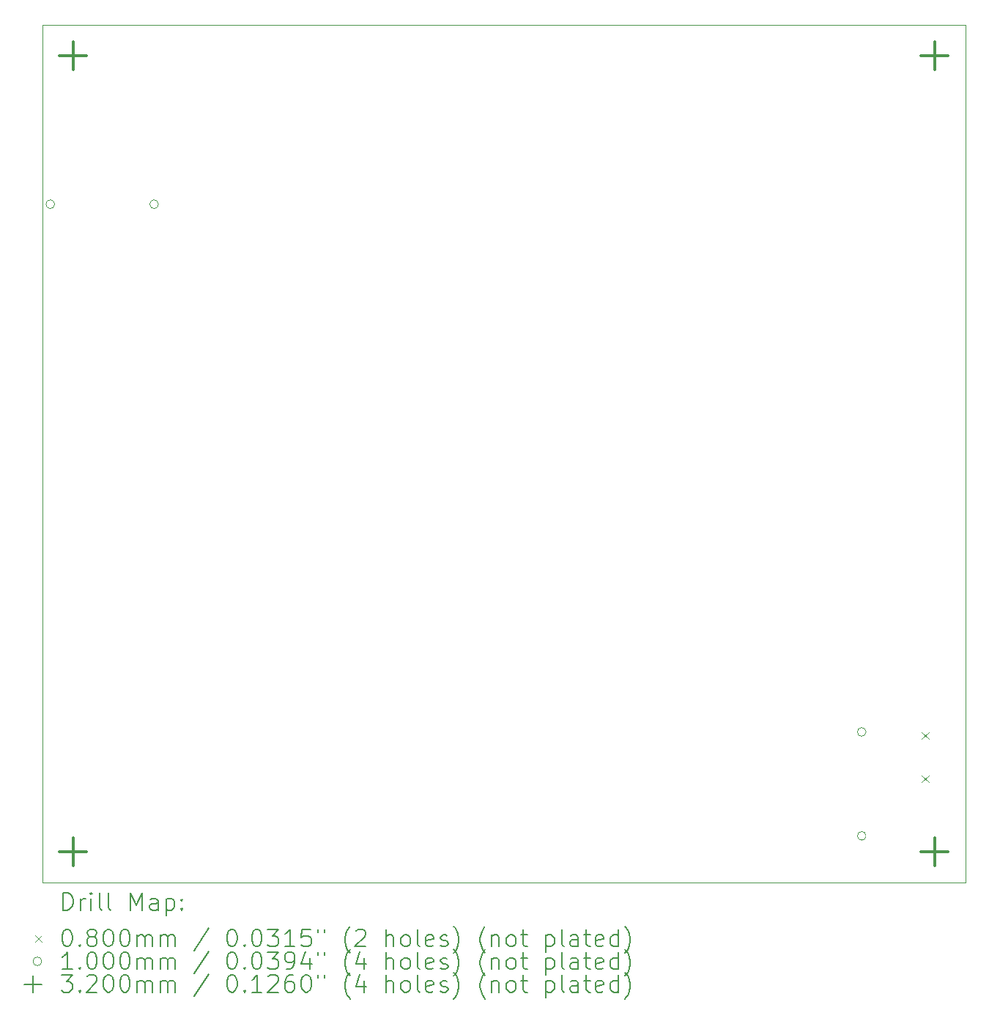
<source format=gbr>
%TF.GenerationSoftware,KiCad,Pcbnew,7.0.2*%
%TF.CreationDate,2023-11-05T14:57:36-07:00*%
%TF.ProjectId,Relay_Board_Lucy_V1,52656c61-795f-4426-9f61-72645f4c7563,V1.0*%
%TF.SameCoordinates,Original*%
%TF.FileFunction,Drillmap*%
%TF.FilePolarity,Positive*%
%FSLAX45Y45*%
G04 Gerber Fmt 4.5, Leading zero omitted, Abs format (unit mm)*
G04 Created by KiCad (PCBNEW 7.0.2) date 2023-11-05 14:57:36*
%MOMM*%
%LPD*%
G01*
G04 APERTURE LIST*
%ADD10C,0.100000*%
%ADD11C,0.200000*%
%ADD12C,0.080000*%
%ADD13C,0.320000*%
G04 APERTURE END LIST*
D10*
X19431000Y-15240000D02*
X8763000Y-15240000D01*
X8763000Y-5334000D02*
X8763000Y-15240000D01*
X8763000Y-5334000D02*
X19431000Y-5334000D01*
X19431000Y-5334000D02*
X19431000Y-15240000D01*
D11*
D12*
X18930000Y-13502200D02*
X19010000Y-13582200D01*
X19010000Y-13502200D02*
X18930000Y-13582200D01*
X18930000Y-14002200D02*
X19010000Y-14082200D01*
X19010000Y-14002200D02*
X18930000Y-14082200D01*
D10*
X8906700Y-7403800D02*
G75*
G03*
X8906700Y-7403800I-50000J0D01*
G01*
X10106700Y-7403800D02*
G75*
G03*
X10106700Y-7403800I-50000J0D01*
G01*
X18284000Y-13500000D02*
G75*
G03*
X18284000Y-13500000I-50000J0D01*
G01*
X18284000Y-14700000D02*
G75*
G03*
X18284000Y-14700000I-50000J0D01*
G01*
D13*
X9118600Y-5529600D02*
X9118600Y-5849600D01*
X8958600Y-5689600D02*
X9278600Y-5689600D01*
X9118600Y-14724400D02*
X9118600Y-15044400D01*
X8958600Y-14884400D02*
X9278600Y-14884400D01*
X19075400Y-5529600D02*
X19075400Y-5849600D01*
X18915400Y-5689600D02*
X19235400Y-5689600D01*
X19075400Y-14724400D02*
X19075400Y-15044400D01*
X18915400Y-14884400D02*
X19235400Y-14884400D01*
D11*
X9005619Y-15557524D02*
X9005619Y-15357524D01*
X9005619Y-15357524D02*
X9053238Y-15357524D01*
X9053238Y-15357524D02*
X9081810Y-15367048D01*
X9081810Y-15367048D02*
X9100857Y-15386095D01*
X9100857Y-15386095D02*
X9110381Y-15405143D01*
X9110381Y-15405143D02*
X9119905Y-15443238D01*
X9119905Y-15443238D02*
X9119905Y-15471809D01*
X9119905Y-15471809D02*
X9110381Y-15509905D01*
X9110381Y-15509905D02*
X9100857Y-15528952D01*
X9100857Y-15528952D02*
X9081810Y-15548000D01*
X9081810Y-15548000D02*
X9053238Y-15557524D01*
X9053238Y-15557524D02*
X9005619Y-15557524D01*
X9205619Y-15557524D02*
X9205619Y-15424190D01*
X9205619Y-15462286D02*
X9215143Y-15443238D01*
X9215143Y-15443238D02*
X9224667Y-15433714D01*
X9224667Y-15433714D02*
X9243714Y-15424190D01*
X9243714Y-15424190D02*
X9262762Y-15424190D01*
X9329429Y-15557524D02*
X9329429Y-15424190D01*
X9329429Y-15357524D02*
X9319905Y-15367048D01*
X9319905Y-15367048D02*
X9329429Y-15376571D01*
X9329429Y-15376571D02*
X9338952Y-15367048D01*
X9338952Y-15367048D02*
X9329429Y-15357524D01*
X9329429Y-15357524D02*
X9329429Y-15376571D01*
X9453238Y-15557524D02*
X9434190Y-15548000D01*
X9434190Y-15548000D02*
X9424667Y-15528952D01*
X9424667Y-15528952D02*
X9424667Y-15357524D01*
X9558000Y-15557524D02*
X9538952Y-15548000D01*
X9538952Y-15548000D02*
X9529429Y-15528952D01*
X9529429Y-15528952D02*
X9529429Y-15357524D01*
X9786571Y-15557524D02*
X9786571Y-15357524D01*
X9786571Y-15357524D02*
X9853238Y-15500381D01*
X9853238Y-15500381D02*
X9919905Y-15357524D01*
X9919905Y-15357524D02*
X9919905Y-15557524D01*
X10100857Y-15557524D02*
X10100857Y-15452762D01*
X10100857Y-15452762D02*
X10091333Y-15433714D01*
X10091333Y-15433714D02*
X10072286Y-15424190D01*
X10072286Y-15424190D02*
X10034190Y-15424190D01*
X10034190Y-15424190D02*
X10015143Y-15433714D01*
X10100857Y-15548000D02*
X10081810Y-15557524D01*
X10081810Y-15557524D02*
X10034190Y-15557524D01*
X10034190Y-15557524D02*
X10015143Y-15548000D01*
X10015143Y-15548000D02*
X10005619Y-15528952D01*
X10005619Y-15528952D02*
X10005619Y-15509905D01*
X10005619Y-15509905D02*
X10015143Y-15490857D01*
X10015143Y-15490857D02*
X10034190Y-15481333D01*
X10034190Y-15481333D02*
X10081810Y-15481333D01*
X10081810Y-15481333D02*
X10100857Y-15471809D01*
X10196095Y-15424190D02*
X10196095Y-15624190D01*
X10196095Y-15433714D02*
X10215143Y-15424190D01*
X10215143Y-15424190D02*
X10253238Y-15424190D01*
X10253238Y-15424190D02*
X10272286Y-15433714D01*
X10272286Y-15433714D02*
X10281810Y-15443238D01*
X10281810Y-15443238D02*
X10291333Y-15462286D01*
X10291333Y-15462286D02*
X10291333Y-15519428D01*
X10291333Y-15519428D02*
X10281810Y-15538476D01*
X10281810Y-15538476D02*
X10272286Y-15548000D01*
X10272286Y-15548000D02*
X10253238Y-15557524D01*
X10253238Y-15557524D02*
X10215143Y-15557524D01*
X10215143Y-15557524D02*
X10196095Y-15548000D01*
X10377048Y-15538476D02*
X10386571Y-15548000D01*
X10386571Y-15548000D02*
X10377048Y-15557524D01*
X10377048Y-15557524D02*
X10367524Y-15548000D01*
X10367524Y-15548000D02*
X10377048Y-15538476D01*
X10377048Y-15538476D02*
X10377048Y-15557524D01*
X10377048Y-15433714D02*
X10386571Y-15443238D01*
X10386571Y-15443238D02*
X10377048Y-15452762D01*
X10377048Y-15452762D02*
X10367524Y-15443238D01*
X10367524Y-15443238D02*
X10377048Y-15433714D01*
X10377048Y-15433714D02*
X10377048Y-15452762D01*
D12*
X8678000Y-15845000D02*
X8758000Y-15925000D01*
X8758000Y-15845000D02*
X8678000Y-15925000D01*
D11*
X9043714Y-15777524D02*
X9062762Y-15777524D01*
X9062762Y-15777524D02*
X9081810Y-15787048D01*
X9081810Y-15787048D02*
X9091333Y-15796571D01*
X9091333Y-15796571D02*
X9100857Y-15815619D01*
X9100857Y-15815619D02*
X9110381Y-15853714D01*
X9110381Y-15853714D02*
X9110381Y-15901333D01*
X9110381Y-15901333D02*
X9100857Y-15939428D01*
X9100857Y-15939428D02*
X9091333Y-15958476D01*
X9091333Y-15958476D02*
X9081810Y-15968000D01*
X9081810Y-15968000D02*
X9062762Y-15977524D01*
X9062762Y-15977524D02*
X9043714Y-15977524D01*
X9043714Y-15977524D02*
X9024667Y-15968000D01*
X9024667Y-15968000D02*
X9015143Y-15958476D01*
X9015143Y-15958476D02*
X9005619Y-15939428D01*
X9005619Y-15939428D02*
X8996095Y-15901333D01*
X8996095Y-15901333D02*
X8996095Y-15853714D01*
X8996095Y-15853714D02*
X9005619Y-15815619D01*
X9005619Y-15815619D02*
X9015143Y-15796571D01*
X9015143Y-15796571D02*
X9024667Y-15787048D01*
X9024667Y-15787048D02*
X9043714Y-15777524D01*
X9196095Y-15958476D02*
X9205619Y-15968000D01*
X9205619Y-15968000D02*
X9196095Y-15977524D01*
X9196095Y-15977524D02*
X9186571Y-15968000D01*
X9186571Y-15968000D02*
X9196095Y-15958476D01*
X9196095Y-15958476D02*
X9196095Y-15977524D01*
X9319905Y-15863238D02*
X9300857Y-15853714D01*
X9300857Y-15853714D02*
X9291333Y-15844190D01*
X9291333Y-15844190D02*
X9281810Y-15825143D01*
X9281810Y-15825143D02*
X9281810Y-15815619D01*
X9281810Y-15815619D02*
X9291333Y-15796571D01*
X9291333Y-15796571D02*
X9300857Y-15787048D01*
X9300857Y-15787048D02*
X9319905Y-15777524D01*
X9319905Y-15777524D02*
X9358000Y-15777524D01*
X9358000Y-15777524D02*
X9377048Y-15787048D01*
X9377048Y-15787048D02*
X9386571Y-15796571D01*
X9386571Y-15796571D02*
X9396095Y-15815619D01*
X9396095Y-15815619D02*
X9396095Y-15825143D01*
X9396095Y-15825143D02*
X9386571Y-15844190D01*
X9386571Y-15844190D02*
X9377048Y-15853714D01*
X9377048Y-15853714D02*
X9358000Y-15863238D01*
X9358000Y-15863238D02*
X9319905Y-15863238D01*
X9319905Y-15863238D02*
X9300857Y-15872762D01*
X9300857Y-15872762D02*
X9291333Y-15882286D01*
X9291333Y-15882286D02*
X9281810Y-15901333D01*
X9281810Y-15901333D02*
X9281810Y-15939428D01*
X9281810Y-15939428D02*
X9291333Y-15958476D01*
X9291333Y-15958476D02*
X9300857Y-15968000D01*
X9300857Y-15968000D02*
X9319905Y-15977524D01*
X9319905Y-15977524D02*
X9358000Y-15977524D01*
X9358000Y-15977524D02*
X9377048Y-15968000D01*
X9377048Y-15968000D02*
X9386571Y-15958476D01*
X9386571Y-15958476D02*
X9396095Y-15939428D01*
X9396095Y-15939428D02*
X9396095Y-15901333D01*
X9396095Y-15901333D02*
X9386571Y-15882286D01*
X9386571Y-15882286D02*
X9377048Y-15872762D01*
X9377048Y-15872762D02*
X9358000Y-15863238D01*
X9519905Y-15777524D02*
X9538952Y-15777524D01*
X9538952Y-15777524D02*
X9558000Y-15787048D01*
X9558000Y-15787048D02*
X9567524Y-15796571D01*
X9567524Y-15796571D02*
X9577048Y-15815619D01*
X9577048Y-15815619D02*
X9586571Y-15853714D01*
X9586571Y-15853714D02*
X9586571Y-15901333D01*
X9586571Y-15901333D02*
X9577048Y-15939428D01*
X9577048Y-15939428D02*
X9567524Y-15958476D01*
X9567524Y-15958476D02*
X9558000Y-15968000D01*
X9558000Y-15968000D02*
X9538952Y-15977524D01*
X9538952Y-15977524D02*
X9519905Y-15977524D01*
X9519905Y-15977524D02*
X9500857Y-15968000D01*
X9500857Y-15968000D02*
X9491333Y-15958476D01*
X9491333Y-15958476D02*
X9481810Y-15939428D01*
X9481810Y-15939428D02*
X9472286Y-15901333D01*
X9472286Y-15901333D02*
X9472286Y-15853714D01*
X9472286Y-15853714D02*
X9481810Y-15815619D01*
X9481810Y-15815619D02*
X9491333Y-15796571D01*
X9491333Y-15796571D02*
X9500857Y-15787048D01*
X9500857Y-15787048D02*
X9519905Y-15777524D01*
X9710381Y-15777524D02*
X9729429Y-15777524D01*
X9729429Y-15777524D02*
X9748476Y-15787048D01*
X9748476Y-15787048D02*
X9758000Y-15796571D01*
X9758000Y-15796571D02*
X9767524Y-15815619D01*
X9767524Y-15815619D02*
X9777048Y-15853714D01*
X9777048Y-15853714D02*
X9777048Y-15901333D01*
X9777048Y-15901333D02*
X9767524Y-15939428D01*
X9767524Y-15939428D02*
X9758000Y-15958476D01*
X9758000Y-15958476D02*
X9748476Y-15968000D01*
X9748476Y-15968000D02*
X9729429Y-15977524D01*
X9729429Y-15977524D02*
X9710381Y-15977524D01*
X9710381Y-15977524D02*
X9691333Y-15968000D01*
X9691333Y-15968000D02*
X9681810Y-15958476D01*
X9681810Y-15958476D02*
X9672286Y-15939428D01*
X9672286Y-15939428D02*
X9662762Y-15901333D01*
X9662762Y-15901333D02*
X9662762Y-15853714D01*
X9662762Y-15853714D02*
X9672286Y-15815619D01*
X9672286Y-15815619D02*
X9681810Y-15796571D01*
X9681810Y-15796571D02*
X9691333Y-15787048D01*
X9691333Y-15787048D02*
X9710381Y-15777524D01*
X9862762Y-15977524D02*
X9862762Y-15844190D01*
X9862762Y-15863238D02*
X9872286Y-15853714D01*
X9872286Y-15853714D02*
X9891333Y-15844190D01*
X9891333Y-15844190D02*
X9919905Y-15844190D01*
X9919905Y-15844190D02*
X9938952Y-15853714D01*
X9938952Y-15853714D02*
X9948476Y-15872762D01*
X9948476Y-15872762D02*
X9948476Y-15977524D01*
X9948476Y-15872762D02*
X9958000Y-15853714D01*
X9958000Y-15853714D02*
X9977048Y-15844190D01*
X9977048Y-15844190D02*
X10005619Y-15844190D01*
X10005619Y-15844190D02*
X10024667Y-15853714D01*
X10024667Y-15853714D02*
X10034191Y-15872762D01*
X10034191Y-15872762D02*
X10034191Y-15977524D01*
X10129429Y-15977524D02*
X10129429Y-15844190D01*
X10129429Y-15863238D02*
X10138952Y-15853714D01*
X10138952Y-15853714D02*
X10158000Y-15844190D01*
X10158000Y-15844190D02*
X10186572Y-15844190D01*
X10186572Y-15844190D02*
X10205619Y-15853714D01*
X10205619Y-15853714D02*
X10215143Y-15872762D01*
X10215143Y-15872762D02*
X10215143Y-15977524D01*
X10215143Y-15872762D02*
X10224667Y-15853714D01*
X10224667Y-15853714D02*
X10243714Y-15844190D01*
X10243714Y-15844190D02*
X10272286Y-15844190D01*
X10272286Y-15844190D02*
X10291333Y-15853714D01*
X10291333Y-15853714D02*
X10300857Y-15872762D01*
X10300857Y-15872762D02*
X10300857Y-15977524D01*
X10691333Y-15768000D02*
X10519905Y-16025143D01*
X10948476Y-15777524D02*
X10967524Y-15777524D01*
X10967524Y-15777524D02*
X10986572Y-15787048D01*
X10986572Y-15787048D02*
X10996095Y-15796571D01*
X10996095Y-15796571D02*
X11005619Y-15815619D01*
X11005619Y-15815619D02*
X11015143Y-15853714D01*
X11015143Y-15853714D02*
X11015143Y-15901333D01*
X11015143Y-15901333D02*
X11005619Y-15939428D01*
X11005619Y-15939428D02*
X10996095Y-15958476D01*
X10996095Y-15958476D02*
X10986572Y-15968000D01*
X10986572Y-15968000D02*
X10967524Y-15977524D01*
X10967524Y-15977524D02*
X10948476Y-15977524D01*
X10948476Y-15977524D02*
X10929429Y-15968000D01*
X10929429Y-15968000D02*
X10919905Y-15958476D01*
X10919905Y-15958476D02*
X10910381Y-15939428D01*
X10910381Y-15939428D02*
X10900857Y-15901333D01*
X10900857Y-15901333D02*
X10900857Y-15853714D01*
X10900857Y-15853714D02*
X10910381Y-15815619D01*
X10910381Y-15815619D02*
X10919905Y-15796571D01*
X10919905Y-15796571D02*
X10929429Y-15787048D01*
X10929429Y-15787048D02*
X10948476Y-15777524D01*
X11100857Y-15958476D02*
X11110381Y-15968000D01*
X11110381Y-15968000D02*
X11100857Y-15977524D01*
X11100857Y-15977524D02*
X11091334Y-15968000D01*
X11091334Y-15968000D02*
X11100857Y-15958476D01*
X11100857Y-15958476D02*
X11100857Y-15977524D01*
X11234191Y-15777524D02*
X11253238Y-15777524D01*
X11253238Y-15777524D02*
X11272286Y-15787048D01*
X11272286Y-15787048D02*
X11281810Y-15796571D01*
X11281810Y-15796571D02*
X11291333Y-15815619D01*
X11291333Y-15815619D02*
X11300857Y-15853714D01*
X11300857Y-15853714D02*
X11300857Y-15901333D01*
X11300857Y-15901333D02*
X11291333Y-15939428D01*
X11291333Y-15939428D02*
X11281810Y-15958476D01*
X11281810Y-15958476D02*
X11272286Y-15968000D01*
X11272286Y-15968000D02*
X11253238Y-15977524D01*
X11253238Y-15977524D02*
X11234191Y-15977524D01*
X11234191Y-15977524D02*
X11215143Y-15968000D01*
X11215143Y-15968000D02*
X11205619Y-15958476D01*
X11205619Y-15958476D02*
X11196095Y-15939428D01*
X11196095Y-15939428D02*
X11186572Y-15901333D01*
X11186572Y-15901333D02*
X11186572Y-15853714D01*
X11186572Y-15853714D02*
X11196095Y-15815619D01*
X11196095Y-15815619D02*
X11205619Y-15796571D01*
X11205619Y-15796571D02*
X11215143Y-15787048D01*
X11215143Y-15787048D02*
X11234191Y-15777524D01*
X11367524Y-15777524D02*
X11491333Y-15777524D01*
X11491333Y-15777524D02*
X11424667Y-15853714D01*
X11424667Y-15853714D02*
X11453238Y-15853714D01*
X11453238Y-15853714D02*
X11472286Y-15863238D01*
X11472286Y-15863238D02*
X11481810Y-15872762D01*
X11481810Y-15872762D02*
X11491333Y-15891809D01*
X11491333Y-15891809D02*
X11491333Y-15939428D01*
X11491333Y-15939428D02*
X11481810Y-15958476D01*
X11481810Y-15958476D02*
X11472286Y-15968000D01*
X11472286Y-15968000D02*
X11453238Y-15977524D01*
X11453238Y-15977524D02*
X11396095Y-15977524D01*
X11396095Y-15977524D02*
X11377048Y-15968000D01*
X11377048Y-15968000D02*
X11367524Y-15958476D01*
X11681810Y-15977524D02*
X11567524Y-15977524D01*
X11624667Y-15977524D02*
X11624667Y-15777524D01*
X11624667Y-15777524D02*
X11605619Y-15806095D01*
X11605619Y-15806095D02*
X11586572Y-15825143D01*
X11586572Y-15825143D02*
X11567524Y-15834667D01*
X11862762Y-15777524D02*
X11767524Y-15777524D01*
X11767524Y-15777524D02*
X11758000Y-15872762D01*
X11758000Y-15872762D02*
X11767524Y-15863238D01*
X11767524Y-15863238D02*
X11786572Y-15853714D01*
X11786572Y-15853714D02*
X11834191Y-15853714D01*
X11834191Y-15853714D02*
X11853238Y-15863238D01*
X11853238Y-15863238D02*
X11862762Y-15872762D01*
X11862762Y-15872762D02*
X11872286Y-15891809D01*
X11872286Y-15891809D02*
X11872286Y-15939428D01*
X11872286Y-15939428D02*
X11862762Y-15958476D01*
X11862762Y-15958476D02*
X11853238Y-15968000D01*
X11853238Y-15968000D02*
X11834191Y-15977524D01*
X11834191Y-15977524D02*
X11786572Y-15977524D01*
X11786572Y-15977524D02*
X11767524Y-15968000D01*
X11767524Y-15968000D02*
X11758000Y-15958476D01*
X11948476Y-15777524D02*
X11948476Y-15815619D01*
X12024667Y-15777524D02*
X12024667Y-15815619D01*
X12319905Y-16053714D02*
X12310381Y-16044190D01*
X12310381Y-16044190D02*
X12291334Y-16015619D01*
X12291334Y-16015619D02*
X12281810Y-15996571D01*
X12281810Y-15996571D02*
X12272286Y-15968000D01*
X12272286Y-15968000D02*
X12262762Y-15920381D01*
X12262762Y-15920381D02*
X12262762Y-15882286D01*
X12262762Y-15882286D02*
X12272286Y-15834667D01*
X12272286Y-15834667D02*
X12281810Y-15806095D01*
X12281810Y-15806095D02*
X12291334Y-15787048D01*
X12291334Y-15787048D02*
X12310381Y-15758476D01*
X12310381Y-15758476D02*
X12319905Y-15748952D01*
X12386572Y-15796571D02*
X12396095Y-15787048D01*
X12396095Y-15787048D02*
X12415143Y-15777524D01*
X12415143Y-15777524D02*
X12462762Y-15777524D01*
X12462762Y-15777524D02*
X12481810Y-15787048D01*
X12481810Y-15787048D02*
X12491334Y-15796571D01*
X12491334Y-15796571D02*
X12500857Y-15815619D01*
X12500857Y-15815619D02*
X12500857Y-15834667D01*
X12500857Y-15834667D02*
X12491334Y-15863238D01*
X12491334Y-15863238D02*
X12377048Y-15977524D01*
X12377048Y-15977524D02*
X12500857Y-15977524D01*
X12738953Y-15977524D02*
X12738953Y-15777524D01*
X12824667Y-15977524D02*
X12824667Y-15872762D01*
X12824667Y-15872762D02*
X12815143Y-15853714D01*
X12815143Y-15853714D02*
X12796096Y-15844190D01*
X12796096Y-15844190D02*
X12767524Y-15844190D01*
X12767524Y-15844190D02*
X12748476Y-15853714D01*
X12748476Y-15853714D02*
X12738953Y-15863238D01*
X12948476Y-15977524D02*
X12929429Y-15968000D01*
X12929429Y-15968000D02*
X12919905Y-15958476D01*
X12919905Y-15958476D02*
X12910381Y-15939428D01*
X12910381Y-15939428D02*
X12910381Y-15882286D01*
X12910381Y-15882286D02*
X12919905Y-15863238D01*
X12919905Y-15863238D02*
X12929429Y-15853714D01*
X12929429Y-15853714D02*
X12948476Y-15844190D01*
X12948476Y-15844190D02*
X12977048Y-15844190D01*
X12977048Y-15844190D02*
X12996096Y-15853714D01*
X12996096Y-15853714D02*
X13005619Y-15863238D01*
X13005619Y-15863238D02*
X13015143Y-15882286D01*
X13015143Y-15882286D02*
X13015143Y-15939428D01*
X13015143Y-15939428D02*
X13005619Y-15958476D01*
X13005619Y-15958476D02*
X12996096Y-15968000D01*
X12996096Y-15968000D02*
X12977048Y-15977524D01*
X12977048Y-15977524D02*
X12948476Y-15977524D01*
X13129429Y-15977524D02*
X13110381Y-15968000D01*
X13110381Y-15968000D02*
X13100857Y-15948952D01*
X13100857Y-15948952D02*
X13100857Y-15777524D01*
X13281810Y-15968000D02*
X13262762Y-15977524D01*
X13262762Y-15977524D02*
X13224667Y-15977524D01*
X13224667Y-15977524D02*
X13205619Y-15968000D01*
X13205619Y-15968000D02*
X13196096Y-15948952D01*
X13196096Y-15948952D02*
X13196096Y-15872762D01*
X13196096Y-15872762D02*
X13205619Y-15853714D01*
X13205619Y-15853714D02*
X13224667Y-15844190D01*
X13224667Y-15844190D02*
X13262762Y-15844190D01*
X13262762Y-15844190D02*
X13281810Y-15853714D01*
X13281810Y-15853714D02*
X13291334Y-15872762D01*
X13291334Y-15872762D02*
X13291334Y-15891809D01*
X13291334Y-15891809D02*
X13196096Y-15910857D01*
X13367524Y-15968000D02*
X13386572Y-15977524D01*
X13386572Y-15977524D02*
X13424667Y-15977524D01*
X13424667Y-15977524D02*
X13443715Y-15968000D01*
X13443715Y-15968000D02*
X13453238Y-15948952D01*
X13453238Y-15948952D02*
X13453238Y-15939428D01*
X13453238Y-15939428D02*
X13443715Y-15920381D01*
X13443715Y-15920381D02*
X13424667Y-15910857D01*
X13424667Y-15910857D02*
X13396096Y-15910857D01*
X13396096Y-15910857D02*
X13377048Y-15901333D01*
X13377048Y-15901333D02*
X13367524Y-15882286D01*
X13367524Y-15882286D02*
X13367524Y-15872762D01*
X13367524Y-15872762D02*
X13377048Y-15853714D01*
X13377048Y-15853714D02*
X13396096Y-15844190D01*
X13396096Y-15844190D02*
X13424667Y-15844190D01*
X13424667Y-15844190D02*
X13443715Y-15853714D01*
X13519905Y-16053714D02*
X13529429Y-16044190D01*
X13529429Y-16044190D02*
X13548477Y-16015619D01*
X13548477Y-16015619D02*
X13558000Y-15996571D01*
X13558000Y-15996571D02*
X13567524Y-15968000D01*
X13567524Y-15968000D02*
X13577048Y-15920381D01*
X13577048Y-15920381D02*
X13577048Y-15882286D01*
X13577048Y-15882286D02*
X13567524Y-15834667D01*
X13567524Y-15834667D02*
X13558000Y-15806095D01*
X13558000Y-15806095D02*
X13548477Y-15787048D01*
X13548477Y-15787048D02*
X13529429Y-15758476D01*
X13529429Y-15758476D02*
X13519905Y-15748952D01*
X13881810Y-16053714D02*
X13872286Y-16044190D01*
X13872286Y-16044190D02*
X13853238Y-16015619D01*
X13853238Y-16015619D02*
X13843715Y-15996571D01*
X13843715Y-15996571D02*
X13834191Y-15968000D01*
X13834191Y-15968000D02*
X13824667Y-15920381D01*
X13824667Y-15920381D02*
X13824667Y-15882286D01*
X13824667Y-15882286D02*
X13834191Y-15834667D01*
X13834191Y-15834667D02*
X13843715Y-15806095D01*
X13843715Y-15806095D02*
X13853238Y-15787048D01*
X13853238Y-15787048D02*
X13872286Y-15758476D01*
X13872286Y-15758476D02*
X13881810Y-15748952D01*
X13958000Y-15844190D02*
X13958000Y-15977524D01*
X13958000Y-15863238D02*
X13967524Y-15853714D01*
X13967524Y-15853714D02*
X13986572Y-15844190D01*
X13986572Y-15844190D02*
X14015143Y-15844190D01*
X14015143Y-15844190D02*
X14034191Y-15853714D01*
X14034191Y-15853714D02*
X14043715Y-15872762D01*
X14043715Y-15872762D02*
X14043715Y-15977524D01*
X14167524Y-15977524D02*
X14148477Y-15968000D01*
X14148477Y-15968000D02*
X14138953Y-15958476D01*
X14138953Y-15958476D02*
X14129429Y-15939428D01*
X14129429Y-15939428D02*
X14129429Y-15882286D01*
X14129429Y-15882286D02*
X14138953Y-15863238D01*
X14138953Y-15863238D02*
X14148477Y-15853714D01*
X14148477Y-15853714D02*
X14167524Y-15844190D01*
X14167524Y-15844190D02*
X14196096Y-15844190D01*
X14196096Y-15844190D02*
X14215143Y-15853714D01*
X14215143Y-15853714D02*
X14224667Y-15863238D01*
X14224667Y-15863238D02*
X14234191Y-15882286D01*
X14234191Y-15882286D02*
X14234191Y-15939428D01*
X14234191Y-15939428D02*
X14224667Y-15958476D01*
X14224667Y-15958476D02*
X14215143Y-15968000D01*
X14215143Y-15968000D02*
X14196096Y-15977524D01*
X14196096Y-15977524D02*
X14167524Y-15977524D01*
X14291334Y-15844190D02*
X14367524Y-15844190D01*
X14319905Y-15777524D02*
X14319905Y-15948952D01*
X14319905Y-15948952D02*
X14329429Y-15968000D01*
X14329429Y-15968000D02*
X14348477Y-15977524D01*
X14348477Y-15977524D02*
X14367524Y-15977524D01*
X14586572Y-15844190D02*
X14586572Y-16044190D01*
X14586572Y-15853714D02*
X14605619Y-15844190D01*
X14605619Y-15844190D02*
X14643715Y-15844190D01*
X14643715Y-15844190D02*
X14662762Y-15853714D01*
X14662762Y-15853714D02*
X14672286Y-15863238D01*
X14672286Y-15863238D02*
X14681810Y-15882286D01*
X14681810Y-15882286D02*
X14681810Y-15939428D01*
X14681810Y-15939428D02*
X14672286Y-15958476D01*
X14672286Y-15958476D02*
X14662762Y-15968000D01*
X14662762Y-15968000D02*
X14643715Y-15977524D01*
X14643715Y-15977524D02*
X14605619Y-15977524D01*
X14605619Y-15977524D02*
X14586572Y-15968000D01*
X14796096Y-15977524D02*
X14777048Y-15968000D01*
X14777048Y-15968000D02*
X14767524Y-15948952D01*
X14767524Y-15948952D02*
X14767524Y-15777524D01*
X14958000Y-15977524D02*
X14958000Y-15872762D01*
X14958000Y-15872762D02*
X14948477Y-15853714D01*
X14948477Y-15853714D02*
X14929429Y-15844190D01*
X14929429Y-15844190D02*
X14891334Y-15844190D01*
X14891334Y-15844190D02*
X14872286Y-15853714D01*
X14958000Y-15968000D02*
X14938953Y-15977524D01*
X14938953Y-15977524D02*
X14891334Y-15977524D01*
X14891334Y-15977524D02*
X14872286Y-15968000D01*
X14872286Y-15968000D02*
X14862762Y-15948952D01*
X14862762Y-15948952D02*
X14862762Y-15929905D01*
X14862762Y-15929905D02*
X14872286Y-15910857D01*
X14872286Y-15910857D02*
X14891334Y-15901333D01*
X14891334Y-15901333D02*
X14938953Y-15901333D01*
X14938953Y-15901333D02*
X14958000Y-15891809D01*
X15024667Y-15844190D02*
X15100858Y-15844190D01*
X15053239Y-15777524D02*
X15053239Y-15948952D01*
X15053239Y-15948952D02*
X15062762Y-15968000D01*
X15062762Y-15968000D02*
X15081810Y-15977524D01*
X15081810Y-15977524D02*
X15100858Y-15977524D01*
X15243715Y-15968000D02*
X15224667Y-15977524D01*
X15224667Y-15977524D02*
X15186572Y-15977524D01*
X15186572Y-15977524D02*
X15167524Y-15968000D01*
X15167524Y-15968000D02*
X15158000Y-15948952D01*
X15158000Y-15948952D02*
X15158000Y-15872762D01*
X15158000Y-15872762D02*
X15167524Y-15853714D01*
X15167524Y-15853714D02*
X15186572Y-15844190D01*
X15186572Y-15844190D02*
X15224667Y-15844190D01*
X15224667Y-15844190D02*
X15243715Y-15853714D01*
X15243715Y-15853714D02*
X15253239Y-15872762D01*
X15253239Y-15872762D02*
X15253239Y-15891809D01*
X15253239Y-15891809D02*
X15158000Y-15910857D01*
X15424667Y-15977524D02*
X15424667Y-15777524D01*
X15424667Y-15968000D02*
X15405620Y-15977524D01*
X15405620Y-15977524D02*
X15367524Y-15977524D01*
X15367524Y-15977524D02*
X15348477Y-15968000D01*
X15348477Y-15968000D02*
X15338953Y-15958476D01*
X15338953Y-15958476D02*
X15329429Y-15939428D01*
X15329429Y-15939428D02*
X15329429Y-15882286D01*
X15329429Y-15882286D02*
X15338953Y-15863238D01*
X15338953Y-15863238D02*
X15348477Y-15853714D01*
X15348477Y-15853714D02*
X15367524Y-15844190D01*
X15367524Y-15844190D02*
X15405620Y-15844190D01*
X15405620Y-15844190D02*
X15424667Y-15853714D01*
X15500858Y-16053714D02*
X15510381Y-16044190D01*
X15510381Y-16044190D02*
X15529429Y-16015619D01*
X15529429Y-16015619D02*
X15538953Y-15996571D01*
X15538953Y-15996571D02*
X15548477Y-15968000D01*
X15548477Y-15968000D02*
X15558000Y-15920381D01*
X15558000Y-15920381D02*
X15558000Y-15882286D01*
X15558000Y-15882286D02*
X15548477Y-15834667D01*
X15548477Y-15834667D02*
X15538953Y-15806095D01*
X15538953Y-15806095D02*
X15529429Y-15787048D01*
X15529429Y-15787048D02*
X15510381Y-15758476D01*
X15510381Y-15758476D02*
X15500858Y-15748952D01*
D10*
X8758000Y-16149000D02*
G75*
G03*
X8758000Y-16149000I-50000J0D01*
G01*
D11*
X9110381Y-16241524D02*
X8996095Y-16241524D01*
X9053238Y-16241524D02*
X9053238Y-16041524D01*
X9053238Y-16041524D02*
X9034190Y-16070095D01*
X9034190Y-16070095D02*
X9015143Y-16089143D01*
X9015143Y-16089143D02*
X8996095Y-16098667D01*
X9196095Y-16222476D02*
X9205619Y-16232000D01*
X9205619Y-16232000D02*
X9196095Y-16241524D01*
X9196095Y-16241524D02*
X9186571Y-16232000D01*
X9186571Y-16232000D02*
X9196095Y-16222476D01*
X9196095Y-16222476D02*
X9196095Y-16241524D01*
X9329429Y-16041524D02*
X9348476Y-16041524D01*
X9348476Y-16041524D02*
X9367524Y-16051048D01*
X9367524Y-16051048D02*
X9377048Y-16060571D01*
X9377048Y-16060571D02*
X9386571Y-16079619D01*
X9386571Y-16079619D02*
X9396095Y-16117714D01*
X9396095Y-16117714D02*
X9396095Y-16165333D01*
X9396095Y-16165333D02*
X9386571Y-16203428D01*
X9386571Y-16203428D02*
X9377048Y-16222476D01*
X9377048Y-16222476D02*
X9367524Y-16232000D01*
X9367524Y-16232000D02*
X9348476Y-16241524D01*
X9348476Y-16241524D02*
X9329429Y-16241524D01*
X9329429Y-16241524D02*
X9310381Y-16232000D01*
X9310381Y-16232000D02*
X9300857Y-16222476D01*
X9300857Y-16222476D02*
X9291333Y-16203428D01*
X9291333Y-16203428D02*
X9281810Y-16165333D01*
X9281810Y-16165333D02*
X9281810Y-16117714D01*
X9281810Y-16117714D02*
X9291333Y-16079619D01*
X9291333Y-16079619D02*
X9300857Y-16060571D01*
X9300857Y-16060571D02*
X9310381Y-16051048D01*
X9310381Y-16051048D02*
X9329429Y-16041524D01*
X9519905Y-16041524D02*
X9538952Y-16041524D01*
X9538952Y-16041524D02*
X9558000Y-16051048D01*
X9558000Y-16051048D02*
X9567524Y-16060571D01*
X9567524Y-16060571D02*
X9577048Y-16079619D01*
X9577048Y-16079619D02*
X9586571Y-16117714D01*
X9586571Y-16117714D02*
X9586571Y-16165333D01*
X9586571Y-16165333D02*
X9577048Y-16203428D01*
X9577048Y-16203428D02*
X9567524Y-16222476D01*
X9567524Y-16222476D02*
X9558000Y-16232000D01*
X9558000Y-16232000D02*
X9538952Y-16241524D01*
X9538952Y-16241524D02*
X9519905Y-16241524D01*
X9519905Y-16241524D02*
X9500857Y-16232000D01*
X9500857Y-16232000D02*
X9491333Y-16222476D01*
X9491333Y-16222476D02*
X9481810Y-16203428D01*
X9481810Y-16203428D02*
X9472286Y-16165333D01*
X9472286Y-16165333D02*
X9472286Y-16117714D01*
X9472286Y-16117714D02*
X9481810Y-16079619D01*
X9481810Y-16079619D02*
X9491333Y-16060571D01*
X9491333Y-16060571D02*
X9500857Y-16051048D01*
X9500857Y-16051048D02*
X9519905Y-16041524D01*
X9710381Y-16041524D02*
X9729429Y-16041524D01*
X9729429Y-16041524D02*
X9748476Y-16051048D01*
X9748476Y-16051048D02*
X9758000Y-16060571D01*
X9758000Y-16060571D02*
X9767524Y-16079619D01*
X9767524Y-16079619D02*
X9777048Y-16117714D01*
X9777048Y-16117714D02*
X9777048Y-16165333D01*
X9777048Y-16165333D02*
X9767524Y-16203428D01*
X9767524Y-16203428D02*
X9758000Y-16222476D01*
X9758000Y-16222476D02*
X9748476Y-16232000D01*
X9748476Y-16232000D02*
X9729429Y-16241524D01*
X9729429Y-16241524D02*
X9710381Y-16241524D01*
X9710381Y-16241524D02*
X9691333Y-16232000D01*
X9691333Y-16232000D02*
X9681810Y-16222476D01*
X9681810Y-16222476D02*
X9672286Y-16203428D01*
X9672286Y-16203428D02*
X9662762Y-16165333D01*
X9662762Y-16165333D02*
X9662762Y-16117714D01*
X9662762Y-16117714D02*
X9672286Y-16079619D01*
X9672286Y-16079619D02*
X9681810Y-16060571D01*
X9681810Y-16060571D02*
X9691333Y-16051048D01*
X9691333Y-16051048D02*
X9710381Y-16041524D01*
X9862762Y-16241524D02*
X9862762Y-16108190D01*
X9862762Y-16127238D02*
X9872286Y-16117714D01*
X9872286Y-16117714D02*
X9891333Y-16108190D01*
X9891333Y-16108190D02*
X9919905Y-16108190D01*
X9919905Y-16108190D02*
X9938952Y-16117714D01*
X9938952Y-16117714D02*
X9948476Y-16136762D01*
X9948476Y-16136762D02*
X9948476Y-16241524D01*
X9948476Y-16136762D02*
X9958000Y-16117714D01*
X9958000Y-16117714D02*
X9977048Y-16108190D01*
X9977048Y-16108190D02*
X10005619Y-16108190D01*
X10005619Y-16108190D02*
X10024667Y-16117714D01*
X10024667Y-16117714D02*
X10034191Y-16136762D01*
X10034191Y-16136762D02*
X10034191Y-16241524D01*
X10129429Y-16241524D02*
X10129429Y-16108190D01*
X10129429Y-16127238D02*
X10138952Y-16117714D01*
X10138952Y-16117714D02*
X10158000Y-16108190D01*
X10158000Y-16108190D02*
X10186572Y-16108190D01*
X10186572Y-16108190D02*
X10205619Y-16117714D01*
X10205619Y-16117714D02*
X10215143Y-16136762D01*
X10215143Y-16136762D02*
X10215143Y-16241524D01*
X10215143Y-16136762D02*
X10224667Y-16117714D01*
X10224667Y-16117714D02*
X10243714Y-16108190D01*
X10243714Y-16108190D02*
X10272286Y-16108190D01*
X10272286Y-16108190D02*
X10291333Y-16117714D01*
X10291333Y-16117714D02*
X10300857Y-16136762D01*
X10300857Y-16136762D02*
X10300857Y-16241524D01*
X10691333Y-16032000D02*
X10519905Y-16289143D01*
X10948476Y-16041524D02*
X10967524Y-16041524D01*
X10967524Y-16041524D02*
X10986572Y-16051048D01*
X10986572Y-16051048D02*
X10996095Y-16060571D01*
X10996095Y-16060571D02*
X11005619Y-16079619D01*
X11005619Y-16079619D02*
X11015143Y-16117714D01*
X11015143Y-16117714D02*
X11015143Y-16165333D01*
X11015143Y-16165333D02*
X11005619Y-16203428D01*
X11005619Y-16203428D02*
X10996095Y-16222476D01*
X10996095Y-16222476D02*
X10986572Y-16232000D01*
X10986572Y-16232000D02*
X10967524Y-16241524D01*
X10967524Y-16241524D02*
X10948476Y-16241524D01*
X10948476Y-16241524D02*
X10929429Y-16232000D01*
X10929429Y-16232000D02*
X10919905Y-16222476D01*
X10919905Y-16222476D02*
X10910381Y-16203428D01*
X10910381Y-16203428D02*
X10900857Y-16165333D01*
X10900857Y-16165333D02*
X10900857Y-16117714D01*
X10900857Y-16117714D02*
X10910381Y-16079619D01*
X10910381Y-16079619D02*
X10919905Y-16060571D01*
X10919905Y-16060571D02*
X10929429Y-16051048D01*
X10929429Y-16051048D02*
X10948476Y-16041524D01*
X11100857Y-16222476D02*
X11110381Y-16232000D01*
X11110381Y-16232000D02*
X11100857Y-16241524D01*
X11100857Y-16241524D02*
X11091334Y-16232000D01*
X11091334Y-16232000D02*
X11100857Y-16222476D01*
X11100857Y-16222476D02*
X11100857Y-16241524D01*
X11234191Y-16041524D02*
X11253238Y-16041524D01*
X11253238Y-16041524D02*
X11272286Y-16051048D01*
X11272286Y-16051048D02*
X11281810Y-16060571D01*
X11281810Y-16060571D02*
X11291333Y-16079619D01*
X11291333Y-16079619D02*
X11300857Y-16117714D01*
X11300857Y-16117714D02*
X11300857Y-16165333D01*
X11300857Y-16165333D02*
X11291333Y-16203428D01*
X11291333Y-16203428D02*
X11281810Y-16222476D01*
X11281810Y-16222476D02*
X11272286Y-16232000D01*
X11272286Y-16232000D02*
X11253238Y-16241524D01*
X11253238Y-16241524D02*
X11234191Y-16241524D01*
X11234191Y-16241524D02*
X11215143Y-16232000D01*
X11215143Y-16232000D02*
X11205619Y-16222476D01*
X11205619Y-16222476D02*
X11196095Y-16203428D01*
X11196095Y-16203428D02*
X11186572Y-16165333D01*
X11186572Y-16165333D02*
X11186572Y-16117714D01*
X11186572Y-16117714D02*
X11196095Y-16079619D01*
X11196095Y-16079619D02*
X11205619Y-16060571D01*
X11205619Y-16060571D02*
X11215143Y-16051048D01*
X11215143Y-16051048D02*
X11234191Y-16041524D01*
X11367524Y-16041524D02*
X11491333Y-16041524D01*
X11491333Y-16041524D02*
X11424667Y-16117714D01*
X11424667Y-16117714D02*
X11453238Y-16117714D01*
X11453238Y-16117714D02*
X11472286Y-16127238D01*
X11472286Y-16127238D02*
X11481810Y-16136762D01*
X11481810Y-16136762D02*
X11491333Y-16155809D01*
X11491333Y-16155809D02*
X11491333Y-16203428D01*
X11491333Y-16203428D02*
X11481810Y-16222476D01*
X11481810Y-16222476D02*
X11472286Y-16232000D01*
X11472286Y-16232000D02*
X11453238Y-16241524D01*
X11453238Y-16241524D02*
X11396095Y-16241524D01*
X11396095Y-16241524D02*
X11377048Y-16232000D01*
X11377048Y-16232000D02*
X11367524Y-16222476D01*
X11586572Y-16241524D02*
X11624667Y-16241524D01*
X11624667Y-16241524D02*
X11643714Y-16232000D01*
X11643714Y-16232000D02*
X11653238Y-16222476D01*
X11653238Y-16222476D02*
X11672286Y-16193905D01*
X11672286Y-16193905D02*
X11681810Y-16155809D01*
X11681810Y-16155809D02*
X11681810Y-16079619D01*
X11681810Y-16079619D02*
X11672286Y-16060571D01*
X11672286Y-16060571D02*
X11662762Y-16051048D01*
X11662762Y-16051048D02*
X11643714Y-16041524D01*
X11643714Y-16041524D02*
X11605619Y-16041524D01*
X11605619Y-16041524D02*
X11586572Y-16051048D01*
X11586572Y-16051048D02*
X11577048Y-16060571D01*
X11577048Y-16060571D02*
X11567524Y-16079619D01*
X11567524Y-16079619D02*
X11567524Y-16127238D01*
X11567524Y-16127238D02*
X11577048Y-16146286D01*
X11577048Y-16146286D02*
X11586572Y-16155809D01*
X11586572Y-16155809D02*
X11605619Y-16165333D01*
X11605619Y-16165333D02*
X11643714Y-16165333D01*
X11643714Y-16165333D02*
X11662762Y-16155809D01*
X11662762Y-16155809D02*
X11672286Y-16146286D01*
X11672286Y-16146286D02*
X11681810Y-16127238D01*
X11853238Y-16108190D02*
X11853238Y-16241524D01*
X11805619Y-16032000D02*
X11758000Y-16174857D01*
X11758000Y-16174857D02*
X11881810Y-16174857D01*
X11948476Y-16041524D02*
X11948476Y-16079619D01*
X12024667Y-16041524D02*
X12024667Y-16079619D01*
X12319905Y-16317714D02*
X12310381Y-16308190D01*
X12310381Y-16308190D02*
X12291334Y-16279619D01*
X12291334Y-16279619D02*
X12281810Y-16260571D01*
X12281810Y-16260571D02*
X12272286Y-16232000D01*
X12272286Y-16232000D02*
X12262762Y-16184381D01*
X12262762Y-16184381D02*
X12262762Y-16146286D01*
X12262762Y-16146286D02*
X12272286Y-16098667D01*
X12272286Y-16098667D02*
X12281810Y-16070095D01*
X12281810Y-16070095D02*
X12291334Y-16051048D01*
X12291334Y-16051048D02*
X12310381Y-16022476D01*
X12310381Y-16022476D02*
X12319905Y-16012952D01*
X12481810Y-16108190D02*
X12481810Y-16241524D01*
X12434191Y-16032000D02*
X12386572Y-16174857D01*
X12386572Y-16174857D02*
X12510381Y-16174857D01*
X12738953Y-16241524D02*
X12738953Y-16041524D01*
X12824667Y-16241524D02*
X12824667Y-16136762D01*
X12824667Y-16136762D02*
X12815143Y-16117714D01*
X12815143Y-16117714D02*
X12796096Y-16108190D01*
X12796096Y-16108190D02*
X12767524Y-16108190D01*
X12767524Y-16108190D02*
X12748476Y-16117714D01*
X12748476Y-16117714D02*
X12738953Y-16127238D01*
X12948476Y-16241524D02*
X12929429Y-16232000D01*
X12929429Y-16232000D02*
X12919905Y-16222476D01*
X12919905Y-16222476D02*
X12910381Y-16203428D01*
X12910381Y-16203428D02*
X12910381Y-16146286D01*
X12910381Y-16146286D02*
X12919905Y-16127238D01*
X12919905Y-16127238D02*
X12929429Y-16117714D01*
X12929429Y-16117714D02*
X12948476Y-16108190D01*
X12948476Y-16108190D02*
X12977048Y-16108190D01*
X12977048Y-16108190D02*
X12996096Y-16117714D01*
X12996096Y-16117714D02*
X13005619Y-16127238D01*
X13005619Y-16127238D02*
X13015143Y-16146286D01*
X13015143Y-16146286D02*
X13015143Y-16203428D01*
X13015143Y-16203428D02*
X13005619Y-16222476D01*
X13005619Y-16222476D02*
X12996096Y-16232000D01*
X12996096Y-16232000D02*
X12977048Y-16241524D01*
X12977048Y-16241524D02*
X12948476Y-16241524D01*
X13129429Y-16241524D02*
X13110381Y-16232000D01*
X13110381Y-16232000D02*
X13100857Y-16212952D01*
X13100857Y-16212952D02*
X13100857Y-16041524D01*
X13281810Y-16232000D02*
X13262762Y-16241524D01*
X13262762Y-16241524D02*
X13224667Y-16241524D01*
X13224667Y-16241524D02*
X13205619Y-16232000D01*
X13205619Y-16232000D02*
X13196096Y-16212952D01*
X13196096Y-16212952D02*
X13196096Y-16136762D01*
X13196096Y-16136762D02*
X13205619Y-16117714D01*
X13205619Y-16117714D02*
X13224667Y-16108190D01*
X13224667Y-16108190D02*
X13262762Y-16108190D01*
X13262762Y-16108190D02*
X13281810Y-16117714D01*
X13281810Y-16117714D02*
X13291334Y-16136762D01*
X13291334Y-16136762D02*
X13291334Y-16155809D01*
X13291334Y-16155809D02*
X13196096Y-16174857D01*
X13367524Y-16232000D02*
X13386572Y-16241524D01*
X13386572Y-16241524D02*
X13424667Y-16241524D01*
X13424667Y-16241524D02*
X13443715Y-16232000D01*
X13443715Y-16232000D02*
X13453238Y-16212952D01*
X13453238Y-16212952D02*
X13453238Y-16203428D01*
X13453238Y-16203428D02*
X13443715Y-16184381D01*
X13443715Y-16184381D02*
X13424667Y-16174857D01*
X13424667Y-16174857D02*
X13396096Y-16174857D01*
X13396096Y-16174857D02*
X13377048Y-16165333D01*
X13377048Y-16165333D02*
X13367524Y-16146286D01*
X13367524Y-16146286D02*
X13367524Y-16136762D01*
X13367524Y-16136762D02*
X13377048Y-16117714D01*
X13377048Y-16117714D02*
X13396096Y-16108190D01*
X13396096Y-16108190D02*
X13424667Y-16108190D01*
X13424667Y-16108190D02*
X13443715Y-16117714D01*
X13519905Y-16317714D02*
X13529429Y-16308190D01*
X13529429Y-16308190D02*
X13548477Y-16279619D01*
X13548477Y-16279619D02*
X13558000Y-16260571D01*
X13558000Y-16260571D02*
X13567524Y-16232000D01*
X13567524Y-16232000D02*
X13577048Y-16184381D01*
X13577048Y-16184381D02*
X13577048Y-16146286D01*
X13577048Y-16146286D02*
X13567524Y-16098667D01*
X13567524Y-16098667D02*
X13558000Y-16070095D01*
X13558000Y-16070095D02*
X13548477Y-16051048D01*
X13548477Y-16051048D02*
X13529429Y-16022476D01*
X13529429Y-16022476D02*
X13519905Y-16012952D01*
X13881810Y-16317714D02*
X13872286Y-16308190D01*
X13872286Y-16308190D02*
X13853238Y-16279619D01*
X13853238Y-16279619D02*
X13843715Y-16260571D01*
X13843715Y-16260571D02*
X13834191Y-16232000D01*
X13834191Y-16232000D02*
X13824667Y-16184381D01*
X13824667Y-16184381D02*
X13824667Y-16146286D01*
X13824667Y-16146286D02*
X13834191Y-16098667D01*
X13834191Y-16098667D02*
X13843715Y-16070095D01*
X13843715Y-16070095D02*
X13853238Y-16051048D01*
X13853238Y-16051048D02*
X13872286Y-16022476D01*
X13872286Y-16022476D02*
X13881810Y-16012952D01*
X13958000Y-16108190D02*
X13958000Y-16241524D01*
X13958000Y-16127238D02*
X13967524Y-16117714D01*
X13967524Y-16117714D02*
X13986572Y-16108190D01*
X13986572Y-16108190D02*
X14015143Y-16108190D01*
X14015143Y-16108190D02*
X14034191Y-16117714D01*
X14034191Y-16117714D02*
X14043715Y-16136762D01*
X14043715Y-16136762D02*
X14043715Y-16241524D01*
X14167524Y-16241524D02*
X14148477Y-16232000D01*
X14148477Y-16232000D02*
X14138953Y-16222476D01*
X14138953Y-16222476D02*
X14129429Y-16203428D01*
X14129429Y-16203428D02*
X14129429Y-16146286D01*
X14129429Y-16146286D02*
X14138953Y-16127238D01*
X14138953Y-16127238D02*
X14148477Y-16117714D01*
X14148477Y-16117714D02*
X14167524Y-16108190D01*
X14167524Y-16108190D02*
X14196096Y-16108190D01*
X14196096Y-16108190D02*
X14215143Y-16117714D01*
X14215143Y-16117714D02*
X14224667Y-16127238D01*
X14224667Y-16127238D02*
X14234191Y-16146286D01*
X14234191Y-16146286D02*
X14234191Y-16203428D01*
X14234191Y-16203428D02*
X14224667Y-16222476D01*
X14224667Y-16222476D02*
X14215143Y-16232000D01*
X14215143Y-16232000D02*
X14196096Y-16241524D01*
X14196096Y-16241524D02*
X14167524Y-16241524D01*
X14291334Y-16108190D02*
X14367524Y-16108190D01*
X14319905Y-16041524D02*
X14319905Y-16212952D01*
X14319905Y-16212952D02*
X14329429Y-16232000D01*
X14329429Y-16232000D02*
X14348477Y-16241524D01*
X14348477Y-16241524D02*
X14367524Y-16241524D01*
X14586572Y-16108190D02*
X14586572Y-16308190D01*
X14586572Y-16117714D02*
X14605619Y-16108190D01*
X14605619Y-16108190D02*
X14643715Y-16108190D01*
X14643715Y-16108190D02*
X14662762Y-16117714D01*
X14662762Y-16117714D02*
X14672286Y-16127238D01*
X14672286Y-16127238D02*
X14681810Y-16146286D01*
X14681810Y-16146286D02*
X14681810Y-16203428D01*
X14681810Y-16203428D02*
X14672286Y-16222476D01*
X14672286Y-16222476D02*
X14662762Y-16232000D01*
X14662762Y-16232000D02*
X14643715Y-16241524D01*
X14643715Y-16241524D02*
X14605619Y-16241524D01*
X14605619Y-16241524D02*
X14586572Y-16232000D01*
X14796096Y-16241524D02*
X14777048Y-16232000D01*
X14777048Y-16232000D02*
X14767524Y-16212952D01*
X14767524Y-16212952D02*
X14767524Y-16041524D01*
X14958000Y-16241524D02*
X14958000Y-16136762D01*
X14958000Y-16136762D02*
X14948477Y-16117714D01*
X14948477Y-16117714D02*
X14929429Y-16108190D01*
X14929429Y-16108190D02*
X14891334Y-16108190D01*
X14891334Y-16108190D02*
X14872286Y-16117714D01*
X14958000Y-16232000D02*
X14938953Y-16241524D01*
X14938953Y-16241524D02*
X14891334Y-16241524D01*
X14891334Y-16241524D02*
X14872286Y-16232000D01*
X14872286Y-16232000D02*
X14862762Y-16212952D01*
X14862762Y-16212952D02*
X14862762Y-16193905D01*
X14862762Y-16193905D02*
X14872286Y-16174857D01*
X14872286Y-16174857D02*
X14891334Y-16165333D01*
X14891334Y-16165333D02*
X14938953Y-16165333D01*
X14938953Y-16165333D02*
X14958000Y-16155809D01*
X15024667Y-16108190D02*
X15100858Y-16108190D01*
X15053239Y-16041524D02*
X15053239Y-16212952D01*
X15053239Y-16212952D02*
X15062762Y-16232000D01*
X15062762Y-16232000D02*
X15081810Y-16241524D01*
X15081810Y-16241524D02*
X15100858Y-16241524D01*
X15243715Y-16232000D02*
X15224667Y-16241524D01*
X15224667Y-16241524D02*
X15186572Y-16241524D01*
X15186572Y-16241524D02*
X15167524Y-16232000D01*
X15167524Y-16232000D02*
X15158000Y-16212952D01*
X15158000Y-16212952D02*
X15158000Y-16136762D01*
X15158000Y-16136762D02*
X15167524Y-16117714D01*
X15167524Y-16117714D02*
X15186572Y-16108190D01*
X15186572Y-16108190D02*
X15224667Y-16108190D01*
X15224667Y-16108190D02*
X15243715Y-16117714D01*
X15243715Y-16117714D02*
X15253239Y-16136762D01*
X15253239Y-16136762D02*
X15253239Y-16155809D01*
X15253239Y-16155809D02*
X15158000Y-16174857D01*
X15424667Y-16241524D02*
X15424667Y-16041524D01*
X15424667Y-16232000D02*
X15405620Y-16241524D01*
X15405620Y-16241524D02*
X15367524Y-16241524D01*
X15367524Y-16241524D02*
X15348477Y-16232000D01*
X15348477Y-16232000D02*
X15338953Y-16222476D01*
X15338953Y-16222476D02*
X15329429Y-16203428D01*
X15329429Y-16203428D02*
X15329429Y-16146286D01*
X15329429Y-16146286D02*
X15338953Y-16127238D01*
X15338953Y-16127238D02*
X15348477Y-16117714D01*
X15348477Y-16117714D02*
X15367524Y-16108190D01*
X15367524Y-16108190D02*
X15405620Y-16108190D01*
X15405620Y-16108190D02*
X15424667Y-16117714D01*
X15500858Y-16317714D02*
X15510381Y-16308190D01*
X15510381Y-16308190D02*
X15529429Y-16279619D01*
X15529429Y-16279619D02*
X15538953Y-16260571D01*
X15538953Y-16260571D02*
X15548477Y-16232000D01*
X15548477Y-16232000D02*
X15558000Y-16184381D01*
X15558000Y-16184381D02*
X15558000Y-16146286D01*
X15558000Y-16146286D02*
X15548477Y-16098667D01*
X15548477Y-16098667D02*
X15538953Y-16070095D01*
X15538953Y-16070095D02*
X15529429Y-16051048D01*
X15529429Y-16051048D02*
X15510381Y-16022476D01*
X15510381Y-16022476D02*
X15500858Y-16012952D01*
X8658000Y-16313000D02*
X8658000Y-16513000D01*
X8558000Y-16413000D02*
X8758000Y-16413000D01*
X8986571Y-16305524D02*
X9110381Y-16305524D01*
X9110381Y-16305524D02*
X9043714Y-16381714D01*
X9043714Y-16381714D02*
X9072286Y-16381714D01*
X9072286Y-16381714D02*
X9091333Y-16391238D01*
X9091333Y-16391238D02*
X9100857Y-16400762D01*
X9100857Y-16400762D02*
X9110381Y-16419809D01*
X9110381Y-16419809D02*
X9110381Y-16467428D01*
X9110381Y-16467428D02*
X9100857Y-16486476D01*
X9100857Y-16486476D02*
X9091333Y-16496000D01*
X9091333Y-16496000D02*
X9072286Y-16505524D01*
X9072286Y-16505524D02*
X9015143Y-16505524D01*
X9015143Y-16505524D02*
X8996095Y-16496000D01*
X8996095Y-16496000D02*
X8986571Y-16486476D01*
X9196095Y-16486476D02*
X9205619Y-16496000D01*
X9205619Y-16496000D02*
X9196095Y-16505524D01*
X9196095Y-16505524D02*
X9186571Y-16496000D01*
X9186571Y-16496000D02*
X9196095Y-16486476D01*
X9196095Y-16486476D02*
X9196095Y-16505524D01*
X9281810Y-16324571D02*
X9291333Y-16315048D01*
X9291333Y-16315048D02*
X9310381Y-16305524D01*
X9310381Y-16305524D02*
X9358000Y-16305524D01*
X9358000Y-16305524D02*
X9377048Y-16315048D01*
X9377048Y-16315048D02*
X9386571Y-16324571D01*
X9386571Y-16324571D02*
X9396095Y-16343619D01*
X9396095Y-16343619D02*
X9396095Y-16362667D01*
X9396095Y-16362667D02*
X9386571Y-16391238D01*
X9386571Y-16391238D02*
X9272286Y-16505524D01*
X9272286Y-16505524D02*
X9396095Y-16505524D01*
X9519905Y-16305524D02*
X9538952Y-16305524D01*
X9538952Y-16305524D02*
X9558000Y-16315048D01*
X9558000Y-16315048D02*
X9567524Y-16324571D01*
X9567524Y-16324571D02*
X9577048Y-16343619D01*
X9577048Y-16343619D02*
X9586571Y-16381714D01*
X9586571Y-16381714D02*
X9586571Y-16429333D01*
X9586571Y-16429333D02*
X9577048Y-16467428D01*
X9577048Y-16467428D02*
X9567524Y-16486476D01*
X9567524Y-16486476D02*
X9558000Y-16496000D01*
X9558000Y-16496000D02*
X9538952Y-16505524D01*
X9538952Y-16505524D02*
X9519905Y-16505524D01*
X9519905Y-16505524D02*
X9500857Y-16496000D01*
X9500857Y-16496000D02*
X9491333Y-16486476D01*
X9491333Y-16486476D02*
X9481810Y-16467428D01*
X9481810Y-16467428D02*
X9472286Y-16429333D01*
X9472286Y-16429333D02*
X9472286Y-16381714D01*
X9472286Y-16381714D02*
X9481810Y-16343619D01*
X9481810Y-16343619D02*
X9491333Y-16324571D01*
X9491333Y-16324571D02*
X9500857Y-16315048D01*
X9500857Y-16315048D02*
X9519905Y-16305524D01*
X9710381Y-16305524D02*
X9729429Y-16305524D01*
X9729429Y-16305524D02*
X9748476Y-16315048D01*
X9748476Y-16315048D02*
X9758000Y-16324571D01*
X9758000Y-16324571D02*
X9767524Y-16343619D01*
X9767524Y-16343619D02*
X9777048Y-16381714D01*
X9777048Y-16381714D02*
X9777048Y-16429333D01*
X9777048Y-16429333D02*
X9767524Y-16467428D01*
X9767524Y-16467428D02*
X9758000Y-16486476D01*
X9758000Y-16486476D02*
X9748476Y-16496000D01*
X9748476Y-16496000D02*
X9729429Y-16505524D01*
X9729429Y-16505524D02*
X9710381Y-16505524D01*
X9710381Y-16505524D02*
X9691333Y-16496000D01*
X9691333Y-16496000D02*
X9681810Y-16486476D01*
X9681810Y-16486476D02*
X9672286Y-16467428D01*
X9672286Y-16467428D02*
X9662762Y-16429333D01*
X9662762Y-16429333D02*
X9662762Y-16381714D01*
X9662762Y-16381714D02*
X9672286Y-16343619D01*
X9672286Y-16343619D02*
X9681810Y-16324571D01*
X9681810Y-16324571D02*
X9691333Y-16315048D01*
X9691333Y-16315048D02*
X9710381Y-16305524D01*
X9862762Y-16505524D02*
X9862762Y-16372190D01*
X9862762Y-16391238D02*
X9872286Y-16381714D01*
X9872286Y-16381714D02*
X9891333Y-16372190D01*
X9891333Y-16372190D02*
X9919905Y-16372190D01*
X9919905Y-16372190D02*
X9938952Y-16381714D01*
X9938952Y-16381714D02*
X9948476Y-16400762D01*
X9948476Y-16400762D02*
X9948476Y-16505524D01*
X9948476Y-16400762D02*
X9958000Y-16381714D01*
X9958000Y-16381714D02*
X9977048Y-16372190D01*
X9977048Y-16372190D02*
X10005619Y-16372190D01*
X10005619Y-16372190D02*
X10024667Y-16381714D01*
X10024667Y-16381714D02*
X10034191Y-16400762D01*
X10034191Y-16400762D02*
X10034191Y-16505524D01*
X10129429Y-16505524D02*
X10129429Y-16372190D01*
X10129429Y-16391238D02*
X10138952Y-16381714D01*
X10138952Y-16381714D02*
X10158000Y-16372190D01*
X10158000Y-16372190D02*
X10186572Y-16372190D01*
X10186572Y-16372190D02*
X10205619Y-16381714D01*
X10205619Y-16381714D02*
X10215143Y-16400762D01*
X10215143Y-16400762D02*
X10215143Y-16505524D01*
X10215143Y-16400762D02*
X10224667Y-16381714D01*
X10224667Y-16381714D02*
X10243714Y-16372190D01*
X10243714Y-16372190D02*
X10272286Y-16372190D01*
X10272286Y-16372190D02*
X10291333Y-16381714D01*
X10291333Y-16381714D02*
X10300857Y-16400762D01*
X10300857Y-16400762D02*
X10300857Y-16505524D01*
X10691333Y-16296000D02*
X10519905Y-16553143D01*
X10948476Y-16305524D02*
X10967524Y-16305524D01*
X10967524Y-16305524D02*
X10986572Y-16315048D01*
X10986572Y-16315048D02*
X10996095Y-16324571D01*
X10996095Y-16324571D02*
X11005619Y-16343619D01*
X11005619Y-16343619D02*
X11015143Y-16381714D01*
X11015143Y-16381714D02*
X11015143Y-16429333D01*
X11015143Y-16429333D02*
X11005619Y-16467428D01*
X11005619Y-16467428D02*
X10996095Y-16486476D01*
X10996095Y-16486476D02*
X10986572Y-16496000D01*
X10986572Y-16496000D02*
X10967524Y-16505524D01*
X10967524Y-16505524D02*
X10948476Y-16505524D01*
X10948476Y-16505524D02*
X10929429Y-16496000D01*
X10929429Y-16496000D02*
X10919905Y-16486476D01*
X10919905Y-16486476D02*
X10910381Y-16467428D01*
X10910381Y-16467428D02*
X10900857Y-16429333D01*
X10900857Y-16429333D02*
X10900857Y-16381714D01*
X10900857Y-16381714D02*
X10910381Y-16343619D01*
X10910381Y-16343619D02*
X10919905Y-16324571D01*
X10919905Y-16324571D02*
X10929429Y-16315048D01*
X10929429Y-16315048D02*
X10948476Y-16305524D01*
X11100857Y-16486476D02*
X11110381Y-16496000D01*
X11110381Y-16496000D02*
X11100857Y-16505524D01*
X11100857Y-16505524D02*
X11091334Y-16496000D01*
X11091334Y-16496000D02*
X11100857Y-16486476D01*
X11100857Y-16486476D02*
X11100857Y-16505524D01*
X11300857Y-16505524D02*
X11186572Y-16505524D01*
X11243714Y-16505524D02*
X11243714Y-16305524D01*
X11243714Y-16305524D02*
X11224667Y-16334095D01*
X11224667Y-16334095D02*
X11205619Y-16353143D01*
X11205619Y-16353143D02*
X11186572Y-16362667D01*
X11377048Y-16324571D02*
X11386572Y-16315048D01*
X11386572Y-16315048D02*
X11405619Y-16305524D01*
X11405619Y-16305524D02*
X11453238Y-16305524D01*
X11453238Y-16305524D02*
X11472286Y-16315048D01*
X11472286Y-16315048D02*
X11481810Y-16324571D01*
X11481810Y-16324571D02*
X11491333Y-16343619D01*
X11491333Y-16343619D02*
X11491333Y-16362667D01*
X11491333Y-16362667D02*
X11481810Y-16391238D01*
X11481810Y-16391238D02*
X11367524Y-16505524D01*
X11367524Y-16505524D02*
X11491333Y-16505524D01*
X11662762Y-16305524D02*
X11624667Y-16305524D01*
X11624667Y-16305524D02*
X11605619Y-16315048D01*
X11605619Y-16315048D02*
X11596095Y-16324571D01*
X11596095Y-16324571D02*
X11577048Y-16353143D01*
X11577048Y-16353143D02*
X11567524Y-16391238D01*
X11567524Y-16391238D02*
X11567524Y-16467428D01*
X11567524Y-16467428D02*
X11577048Y-16486476D01*
X11577048Y-16486476D02*
X11586572Y-16496000D01*
X11586572Y-16496000D02*
X11605619Y-16505524D01*
X11605619Y-16505524D02*
X11643714Y-16505524D01*
X11643714Y-16505524D02*
X11662762Y-16496000D01*
X11662762Y-16496000D02*
X11672286Y-16486476D01*
X11672286Y-16486476D02*
X11681810Y-16467428D01*
X11681810Y-16467428D02*
X11681810Y-16419809D01*
X11681810Y-16419809D02*
X11672286Y-16400762D01*
X11672286Y-16400762D02*
X11662762Y-16391238D01*
X11662762Y-16391238D02*
X11643714Y-16381714D01*
X11643714Y-16381714D02*
X11605619Y-16381714D01*
X11605619Y-16381714D02*
X11586572Y-16391238D01*
X11586572Y-16391238D02*
X11577048Y-16400762D01*
X11577048Y-16400762D02*
X11567524Y-16419809D01*
X11805619Y-16305524D02*
X11824667Y-16305524D01*
X11824667Y-16305524D02*
X11843714Y-16315048D01*
X11843714Y-16315048D02*
X11853238Y-16324571D01*
X11853238Y-16324571D02*
X11862762Y-16343619D01*
X11862762Y-16343619D02*
X11872286Y-16381714D01*
X11872286Y-16381714D02*
X11872286Y-16429333D01*
X11872286Y-16429333D02*
X11862762Y-16467428D01*
X11862762Y-16467428D02*
X11853238Y-16486476D01*
X11853238Y-16486476D02*
X11843714Y-16496000D01*
X11843714Y-16496000D02*
X11824667Y-16505524D01*
X11824667Y-16505524D02*
X11805619Y-16505524D01*
X11805619Y-16505524D02*
X11786572Y-16496000D01*
X11786572Y-16496000D02*
X11777048Y-16486476D01*
X11777048Y-16486476D02*
X11767524Y-16467428D01*
X11767524Y-16467428D02*
X11758000Y-16429333D01*
X11758000Y-16429333D02*
X11758000Y-16381714D01*
X11758000Y-16381714D02*
X11767524Y-16343619D01*
X11767524Y-16343619D02*
X11777048Y-16324571D01*
X11777048Y-16324571D02*
X11786572Y-16315048D01*
X11786572Y-16315048D02*
X11805619Y-16305524D01*
X11948476Y-16305524D02*
X11948476Y-16343619D01*
X12024667Y-16305524D02*
X12024667Y-16343619D01*
X12319905Y-16581714D02*
X12310381Y-16572190D01*
X12310381Y-16572190D02*
X12291334Y-16543619D01*
X12291334Y-16543619D02*
X12281810Y-16524571D01*
X12281810Y-16524571D02*
X12272286Y-16496000D01*
X12272286Y-16496000D02*
X12262762Y-16448381D01*
X12262762Y-16448381D02*
X12262762Y-16410286D01*
X12262762Y-16410286D02*
X12272286Y-16362667D01*
X12272286Y-16362667D02*
X12281810Y-16334095D01*
X12281810Y-16334095D02*
X12291334Y-16315048D01*
X12291334Y-16315048D02*
X12310381Y-16286476D01*
X12310381Y-16286476D02*
X12319905Y-16276952D01*
X12481810Y-16372190D02*
X12481810Y-16505524D01*
X12434191Y-16296000D02*
X12386572Y-16438857D01*
X12386572Y-16438857D02*
X12510381Y-16438857D01*
X12738953Y-16505524D02*
X12738953Y-16305524D01*
X12824667Y-16505524D02*
X12824667Y-16400762D01*
X12824667Y-16400762D02*
X12815143Y-16381714D01*
X12815143Y-16381714D02*
X12796096Y-16372190D01*
X12796096Y-16372190D02*
X12767524Y-16372190D01*
X12767524Y-16372190D02*
X12748476Y-16381714D01*
X12748476Y-16381714D02*
X12738953Y-16391238D01*
X12948476Y-16505524D02*
X12929429Y-16496000D01*
X12929429Y-16496000D02*
X12919905Y-16486476D01*
X12919905Y-16486476D02*
X12910381Y-16467428D01*
X12910381Y-16467428D02*
X12910381Y-16410286D01*
X12910381Y-16410286D02*
X12919905Y-16391238D01*
X12919905Y-16391238D02*
X12929429Y-16381714D01*
X12929429Y-16381714D02*
X12948476Y-16372190D01*
X12948476Y-16372190D02*
X12977048Y-16372190D01*
X12977048Y-16372190D02*
X12996096Y-16381714D01*
X12996096Y-16381714D02*
X13005619Y-16391238D01*
X13005619Y-16391238D02*
X13015143Y-16410286D01*
X13015143Y-16410286D02*
X13015143Y-16467428D01*
X13015143Y-16467428D02*
X13005619Y-16486476D01*
X13005619Y-16486476D02*
X12996096Y-16496000D01*
X12996096Y-16496000D02*
X12977048Y-16505524D01*
X12977048Y-16505524D02*
X12948476Y-16505524D01*
X13129429Y-16505524D02*
X13110381Y-16496000D01*
X13110381Y-16496000D02*
X13100857Y-16476952D01*
X13100857Y-16476952D02*
X13100857Y-16305524D01*
X13281810Y-16496000D02*
X13262762Y-16505524D01*
X13262762Y-16505524D02*
X13224667Y-16505524D01*
X13224667Y-16505524D02*
X13205619Y-16496000D01*
X13205619Y-16496000D02*
X13196096Y-16476952D01*
X13196096Y-16476952D02*
X13196096Y-16400762D01*
X13196096Y-16400762D02*
X13205619Y-16381714D01*
X13205619Y-16381714D02*
X13224667Y-16372190D01*
X13224667Y-16372190D02*
X13262762Y-16372190D01*
X13262762Y-16372190D02*
X13281810Y-16381714D01*
X13281810Y-16381714D02*
X13291334Y-16400762D01*
X13291334Y-16400762D02*
X13291334Y-16419809D01*
X13291334Y-16419809D02*
X13196096Y-16438857D01*
X13367524Y-16496000D02*
X13386572Y-16505524D01*
X13386572Y-16505524D02*
X13424667Y-16505524D01*
X13424667Y-16505524D02*
X13443715Y-16496000D01*
X13443715Y-16496000D02*
X13453238Y-16476952D01*
X13453238Y-16476952D02*
X13453238Y-16467428D01*
X13453238Y-16467428D02*
X13443715Y-16448381D01*
X13443715Y-16448381D02*
X13424667Y-16438857D01*
X13424667Y-16438857D02*
X13396096Y-16438857D01*
X13396096Y-16438857D02*
X13377048Y-16429333D01*
X13377048Y-16429333D02*
X13367524Y-16410286D01*
X13367524Y-16410286D02*
X13367524Y-16400762D01*
X13367524Y-16400762D02*
X13377048Y-16381714D01*
X13377048Y-16381714D02*
X13396096Y-16372190D01*
X13396096Y-16372190D02*
X13424667Y-16372190D01*
X13424667Y-16372190D02*
X13443715Y-16381714D01*
X13519905Y-16581714D02*
X13529429Y-16572190D01*
X13529429Y-16572190D02*
X13548477Y-16543619D01*
X13548477Y-16543619D02*
X13558000Y-16524571D01*
X13558000Y-16524571D02*
X13567524Y-16496000D01*
X13567524Y-16496000D02*
X13577048Y-16448381D01*
X13577048Y-16448381D02*
X13577048Y-16410286D01*
X13577048Y-16410286D02*
X13567524Y-16362667D01*
X13567524Y-16362667D02*
X13558000Y-16334095D01*
X13558000Y-16334095D02*
X13548477Y-16315048D01*
X13548477Y-16315048D02*
X13529429Y-16286476D01*
X13529429Y-16286476D02*
X13519905Y-16276952D01*
X13881810Y-16581714D02*
X13872286Y-16572190D01*
X13872286Y-16572190D02*
X13853238Y-16543619D01*
X13853238Y-16543619D02*
X13843715Y-16524571D01*
X13843715Y-16524571D02*
X13834191Y-16496000D01*
X13834191Y-16496000D02*
X13824667Y-16448381D01*
X13824667Y-16448381D02*
X13824667Y-16410286D01*
X13824667Y-16410286D02*
X13834191Y-16362667D01*
X13834191Y-16362667D02*
X13843715Y-16334095D01*
X13843715Y-16334095D02*
X13853238Y-16315048D01*
X13853238Y-16315048D02*
X13872286Y-16286476D01*
X13872286Y-16286476D02*
X13881810Y-16276952D01*
X13958000Y-16372190D02*
X13958000Y-16505524D01*
X13958000Y-16391238D02*
X13967524Y-16381714D01*
X13967524Y-16381714D02*
X13986572Y-16372190D01*
X13986572Y-16372190D02*
X14015143Y-16372190D01*
X14015143Y-16372190D02*
X14034191Y-16381714D01*
X14034191Y-16381714D02*
X14043715Y-16400762D01*
X14043715Y-16400762D02*
X14043715Y-16505524D01*
X14167524Y-16505524D02*
X14148477Y-16496000D01*
X14148477Y-16496000D02*
X14138953Y-16486476D01*
X14138953Y-16486476D02*
X14129429Y-16467428D01*
X14129429Y-16467428D02*
X14129429Y-16410286D01*
X14129429Y-16410286D02*
X14138953Y-16391238D01*
X14138953Y-16391238D02*
X14148477Y-16381714D01*
X14148477Y-16381714D02*
X14167524Y-16372190D01*
X14167524Y-16372190D02*
X14196096Y-16372190D01*
X14196096Y-16372190D02*
X14215143Y-16381714D01*
X14215143Y-16381714D02*
X14224667Y-16391238D01*
X14224667Y-16391238D02*
X14234191Y-16410286D01*
X14234191Y-16410286D02*
X14234191Y-16467428D01*
X14234191Y-16467428D02*
X14224667Y-16486476D01*
X14224667Y-16486476D02*
X14215143Y-16496000D01*
X14215143Y-16496000D02*
X14196096Y-16505524D01*
X14196096Y-16505524D02*
X14167524Y-16505524D01*
X14291334Y-16372190D02*
X14367524Y-16372190D01*
X14319905Y-16305524D02*
X14319905Y-16476952D01*
X14319905Y-16476952D02*
X14329429Y-16496000D01*
X14329429Y-16496000D02*
X14348477Y-16505524D01*
X14348477Y-16505524D02*
X14367524Y-16505524D01*
X14586572Y-16372190D02*
X14586572Y-16572190D01*
X14586572Y-16381714D02*
X14605619Y-16372190D01*
X14605619Y-16372190D02*
X14643715Y-16372190D01*
X14643715Y-16372190D02*
X14662762Y-16381714D01*
X14662762Y-16381714D02*
X14672286Y-16391238D01*
X14672286Y-16391238D02*
X14681810Y-16410286D01*
X14681810Y-16410286D02*
X14681810Y-16467428D01*
X14681810Y-16467428D02*
X14672286Y-16486476D01*
X14672286Y-16486476D02*
X14662762Y-16496000D01*
X14662762Y-16496000D02*
X14643715Y-16505524D01*
X14643715Y-16505524D02*
X14605619Y-16505524D01*
X14605619Y-16505524D02*
X14586572Y-16496000D01*
X14796096Y-16505524D02*
X14777048Y-16496000D01*
X14777048Y-16496000D02*
X14767524Y-16476952D01*
X14767524Y-16476952D02*
X14767524Y-16305524D01*
X14958000Y-16505524D02*
X14958000Y-16400762D01*
X14958000Y-16400762D02*
X14948477Y-16381714D01*
X14948477Y-16381714D02*
X14929429Y-16372190D01*
X14929429Y-16372190D02*
X14891334Y-16372190D01*
X14891334Y-16372190D02*
X14872286Y-16381714D01*
X14958000Y-16496000D02*
X14938953Y-16505524D01*
X14938953Y-16505524D02*
X14891334Y-16505524D01*
X14891334Y-16505524D02*
X14872286Y-16496000D01*
X14872286Y-16496000D02*
X14862762Y-16476952D01*
X14862762Y-16476952D02*
X14862762Y-16457905D01*
X14862762Y-16457905D02*
X14872286Y-16438857D01*
X14872286Y-16438857D02*
X14891334Y-16429333D01*
X14891334Y-16429333D02*
X14938953Y-16429333D01*
X14938953Y-16429333D02*
X14958000Y-16419809D01*
X15024667Y-16372190D02*
X15100858Y-16372190D01*
X15053239Y-16305524D02*
X15053239Y-16476952D01*
X15053239Y-16476952D02*
X15062762Y-16496000D01*
X15062762Y-16496000D02*
X15081810Y-16505524D01*
X15081810Y-16505524D02*
X15100858Y-16505524D01*
X15243715Y-16496000D02*
X15224667Y-16505524D01*
X15224667Y-16505524D02*
X15186572Y-16505524D01*
X15186572Y-16505524D02*
X15167524Y-16496000D01*
X15167524Y-16496000D02*
X15158000Y-16476952D01*
X15158000Y-16476952D02*
X15158000Y-16400762D01*
X15158000Y-16400762D02*
X15167524Y-16381714D01*
X15167524Y-16381714D02*
X15186572Y-16372190D01*
X15186572Y-16372190D02*
X15224667Y-16372190D01*
X15224667Y-16372190D02*
X15243715Y-16381714D01*
X15243715Y-16381714D02*
X15253239Y-16400762D01*
X15253239Y-16400762D02*
X15253239Y-16419809D01*
X15253239Y-16419809D02*
X15158000Y-16438857D01*
X15424667Y-16505524D02*
X15424667Y-16305524D01*
X15424667Y-16496000D02*
X15405620Y-16505524D01*
X15405620Y-16505524D02*
X15367524Y-16505524D01*
X15367524Y-16505524D02*
X15348477Y-16496000D01*
X15348477Y-16496000D02*
X15338953Y-16486476D01*
X15338953Y-16486476D02*
X15329429Y-16467428D01*
X15329429Y-16467428D02*
X15329429Y-16410286D01*
X15329429Y-16410286D02*
X15338953Y-16391238D01*
X15338953Y-16391238D02*
X15348477Y-16381714D01*
X15348477Y-16381714D02*
X15367524Y-16372190D01*
X15367524Y-16372190D02*
X15405620Y-16372190D01*
X15405620Y-16372190D02*
X15424667Y-16381714D01*
X15500858Y-16581714D02*
X15510381Y-16572190D01*
X15510381Y-16572190D02*
X15529429Y-16543619D01*
X15529429Y-16543619D02*
X15538953Y-16524571D01*
X15538953Y-16524571D02*
X15548477Y-16496000D01*
X15548477Y-16496000D02*
X15558000Y-16448381D01*
X15558000Y-16448381D02*
X15558000Y-16410286D01*
X15558000Y-16410286D02*
X15548477Y-16362667D01*
X15548477Y-16362667D02*
X15538953Y-16334095D01*
X15538953Y-16334095D02*
X15529429Y-16315048D01*
X15529429Y-16315048D02*
X15510381Y-16286476D01*
X15510381Y-16286476D02*
X15500858Y-16276952D01*
M02*

</source>
